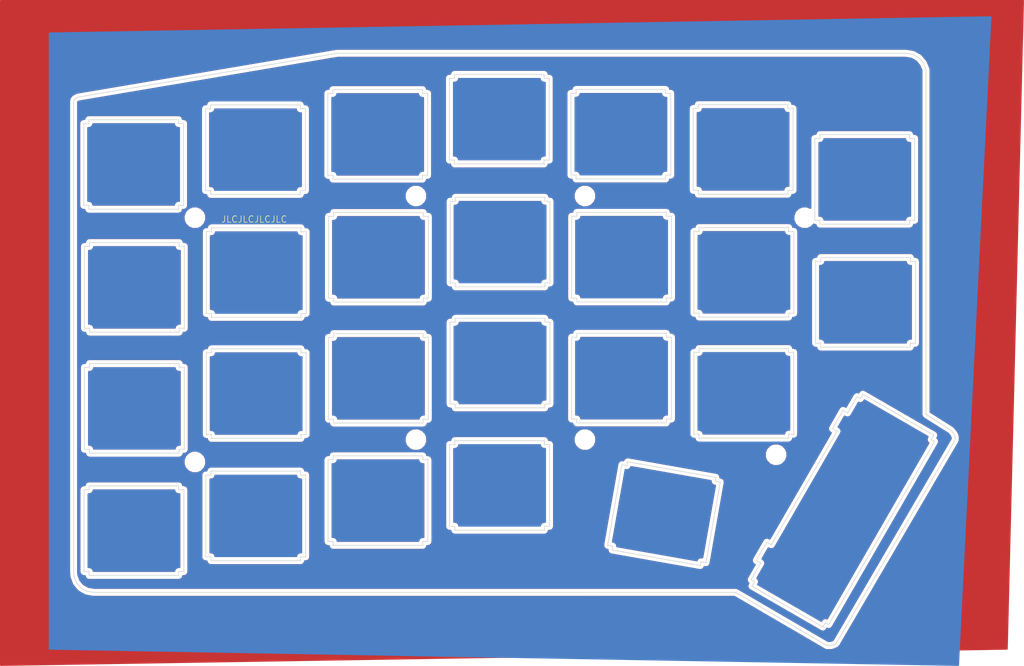
<source format=kicad_pcb>
(kicad_pcb (version 4) (host pcbnew 4.0.7)
  (layers (0 F.Cu signal) (31 B.Cu signal) (34 B.Paste user hide) (35 F.Paste user hide) (36 B.SilkS user hide) (37 F.SilkS user hide) (38 B.Mask user hide) (39 F.Mask user hide) (44 Edge.Cuts user))
  (net 0 "")
  (module Mounting_Holes:MountingHole_2.2mm_M2_DIN965 (layer F.Cu) (at 93.96 72.15)
    (fp_text reference SCREW1 hide)
    (fp_text value MountingHole_2.2mm_M2_DIN965 hide)
    (pad 1 np_thru_hole circle (at 0 0) (size 2.2 2.2) (drill 2.2) (layers *.Cu *.Mask))
  )
  (module Mounting_Holes:MountingHole_2.2mm_M2_DIN965 (layer F.Cu) (at 93.96 110.35)
    (fp_text reference SCREW2 hide)
    (fp_text value MountingHole_2.2mm_M2_DIN965 hide)
    (pad 1 np_thru_hole circle (at 0 0) (size 2.2 2.2) (drill 2.2) (layers *.Cu *.Mask))
  )
  (module Mounting_Holes:MountingHole_2.2mm_M2_DIN965 (layer F.Cu) (at 128.5 68.75)
    (fp_text reference SCREW3 hide)
    (fp_text value MountingHole_2.2mm_M2_DIN965 hide)
    (pad 1 np_thru_hole circle (at 0 0) (size 2.2 2.2) (drill 2.2) (layers *.Cu *.Mask))
  )
  (module Mounting_Holes:MountingHole_2.2mm_M2_DIN965 (layer F.Cu) (at 128.5 106.85)
    (fp_text reference SCREW4 hide)
    (fp_text value MountingHole_2.2mm_M2_DIN965 hide)
    (pad 1 np_thru_hole circle (at 0 0) (size 2.2 2.2) (drill 2.2) (layers *.Cu *.Mask))
  )
  (module Mounting_Holes:MountingHole_2.2mm_M2_DIN965 (layer F.Cu) (at 154.91 68.75)
    (fp_text reference SCREW5 hide)
    (fp_text value MountingHole_2.2mm_M2_DIN965 hide)
    (pad 1 np_thru_hole circle (at 0 0) (size 2.2 2.2) (drill 2.2) (layers *.Cu *.Mask))
  )
  (module Mounting_Holes:MountingHole_2.2mm_M2_DIN965 (layer F.Cu) (at 154.91 106.85)
    (fp_text reference SCREW6 hide)
    (fp_text value MountingHole_2.2mm_M2_DIN965 hide)
    (pad 1 np_thru_hole circle (at 0 0) (size 2.2 2.2) (drill 2.2) (layers *.Cu *.Mask))
  )
  (module Mounting_Holes:MountingHole_2.2mm_M2_DIN965 (layer F.Cu) (at 189.25 72.15)
    (fp_text reference SCREW7 hide)
    (fp_text value MountingHole_2.2mm_M2_DIN965 hide)
    (pad 1 np_thru_hole circle (at 0 0) (size 2.2 2.2) (drill 2.2) (layers *.Cu *.Mask))
  )
  (module Mounting_Holes:MountingHole_2.2mm_M2_DIN965 (layer F.Cu) (at 184.78 109.22)
    (fp_text reference SCREW8 hide)
    (fp_text value MountingHole_2.2mm_M2_DIN965 hide)
    (pad 1 np_thru_hole circle (at 0 0) (size 2.2 2.2) (drill 2.2) (layers *.Cu *.Mask))
  )
  (gr_line (start 184.04332 123.29414) (end 194.29984 105.537) (layer Edge.Cuts) (width 0.1))
  (gr_line (start 193.58734 105.134148) (end 194.29984 105.537) (layer Edge.Cuts) (width 0.1))
  (gr_line (start 195.94322 102.68712) (end 195.236341 102.276122) (layer Edge.Cuts) (width 0.1))
  (gr_line (start 184.04332 123.29414) (end 183.337339 122.887441) (layer Edge.Cuts) (width 0.1))
  (gr_line (start 195.236341 102.276122) (end 193.58734 105.134148) (layer Edge.Cuts) (width 0.1))
  (gr_line (start 183.337339 122.887441) (end 181.686341 125.744142) (layer Edge.Cuts) (width 0.1))
  (gr_line (start 181.686341 125.744142) (end 182.38978 126.16688) (layer Edge.Cuts) (width 0.1))
  (gr_line (start 182.38978 126.16434) (end 180.8878 128.76462) (layer Edge.Cuts) (width 0.1))
  (gr_line (start 198.3318 99.75002) (end 197.9328 100.44182) (layer Edge.Cuts) (width 0.1))
  (gr_line (start 209.4168 106.14962) (end 198.3318 99.75002) (layer Edge.Cuts) (width 0.1))
  (gr_line (start 209.5368 107.14182) (end 209.0178 106.84142) (layer Edge.Cuts) (width 0.1))
  (gr_line (start 209.0178 106.84142) (end 209.4168 106.14962) (layer Edge.Cuts) (width 0.1))
  (gr_line (start 181.0068 129.75682) (end 192.0918 136.15642) (layer Edge.Cuts) (width 0.1))
  (gr_line (start 180.8878 128.76462) (end 181.4068 129.06502) (layer Edge.Cuts) (width 0.1))
  (gr_line (start 197.4128 100.14262) (end 195.94322 102.68712) (layer Edge.Cuts) (width 0.1))
  (gr_line (start 197.9328 100.44182) (end 197.4128 100.14262) (layer Edge.Cuts) (width 0.1))
  (gr_line (start 193.0118 135.76505) (end 209.5373 107.14228) (layer Edge.Cuts) (width 0.1))
  (gr_line (start 192.4928 135.46603) (end 193.0118 135.76505) (layer Edge.Cuts) (width 0.1))
  (gr_line (start 192.0918 136.15642) (end 192.4928 135.46603) (layer Edge.Cuts) (width 0.1))
  (gr_line (start 181.4068 129.06502) (end 181.0068 129.75682) (layer Edge.Cuts) (width 0.1))
  (gr_line (start 161.57938 110.32478) (end 161.47458 110.91598) (layer Edge.Cuts) (width 0.1))
  (gr_line (start 160.68618 110.77678) (end 158.46368 123.38174) (layer Edge.Cuts) (width 0.1))
  (gr_line (start 173.03898 125.95176) (end 173.82718 126.09094) (layer Edge.Cuts) (width 0.1))
  (gr_line (start 159.25178 123.52091) (end 159.14838 124.11209) (layer Edge.Cuts) (width 0.1))
  (gr_line (start 161.47458 110.91598) (end 160.68618 110.77678) (layer Edge.Cuts) (width 0.1))
  (gr_line (start 175.26188 113.34688) (end 175.36668 112.75568) (layer Edge.Cuts) (width 0.1))
  (gr_line (start 173.82718 126.09094) (end 176.04998 113.48468) (layer Edge.Cuts) (width 0.1))
  (gr_line (start 176.04998 113.48468) (end 175.26188 113.34688) (layer Edge.Cuts) (width 0.1))
  (gr_line (start 158.46368 123.38174) (end 159.25178 123.52091) (layer Edge.Cuts) (width 0.1))
  (gr_line (start 172.93428 126.54294) (end 173.03898 125.95176) (layer Edge.Cuts) (width 0.1))
  (gr_line (start 159.14838 124.11209) (end 172.93428 126.54294) (layer Edge.Cuts) (width 0.1))
  (gr_line (start 175.36668 112.75568) (end 161.57938 110.32478) (layer Edge.Cuts) (width 0.1))
  (gr_line (start 167.51944 65.49273) (end 168.32024 65.49273) (layer Edge.Cuts) (width 0.1))
  (gr_line (start 167.51944 52.69216) (end 167.51944 52.09266) (layer Edge.Cuts) (width 0.1))
  (gr_line (start 168.32024 65.49273) (end 168.32024 52.69216) (layer Edge.Cuts) (width 0.1))
  (gr_line (start 168.32024 52.69216) (end 167.51944 52.69216) (layer Edge.Cuts) (width 0.1))
  (gr_line (start 152.72074 52.69216) (end 152.72074 65.49273) (layer Edge.Cuts) (width 0.1))
  (gr_line (start 153.52014 52.69216) (end 152.72074 52.69216) (layer Edge.Cuts) (width 0.1))
  (gr_line (start 167.51944 52.09266) (end 153.52014 52.09266) (layer Edge.Cuts) (width 0.1))
  (gr_line (start 153.52014 52.09266) (end 153.52014 52.69216) (layer Edge.Cuts) (width 0.1))
  (gr_line (start 167.51944 66.0908) (end 167.51944 65.49273) (layer Edge.Cuts) (width 0.1))
  (gr_line (start 167.63628 71.91488) (end 167.63628 71.31538) (layer Edge.Cuts) (width 0.1))
  (gr_line (start 153.63698 71.31538) (end 153.63698 71.91488) (layer Edge.Cuts) (width 0.1))
  (gr_line (start 153.63698 71.91488) (end 152.83758 71.91488) (layer Edge.Cuts) (width 0.1))
  (gr_line (start 167.63628 71.31538) (end 153.63698 71.31538) (layer Edge.Cuts) (width 0.1))
  (gr_line (start 153.52014 66.0908) (end 167.51944 66.0908) (layer Edge.Cuts) (width 0.1))
  (gr_line (start 152.72074 65.49273) (end 153.52014 65.49273) (layer Edge.Cuts) (width 0.1))
  (gr_line (start 153.52014 65.49273) (end 153.52014 66.0908) (layer Edge.Cuts) (width 0.1))
  (gr_line (start 152.83758 71.91488) (end 152.83758 84.71545) (layer Edge.Cuts) (width 0.1))
  (gr_line (start 168.43708 84.71545) (end 168.43708 71.91488) (layer Edge.Cuts) (width 0.1))
  (gr_line (start 167.63628 84.71545) (end 168.43708 84.71545) (layer Edge.Cuts) (width 0.1))
  (gr_line (start 168.43708 71.91488) (end 167.63628 71.91488) (layer Edge.Cuts) (width 0.1))
  (gr_line (start 153.63698 85.31352) (end 167.63628 85.31352) (layer Edge.Cuts) (width 0.1))
  (gr_line (start 167.63628 85.31352) (end 167.63628 84.71545) (layer Edge.Cuts) (width 0.1))
  (gr_line (start 152.83758 84.71545) (end 153.63698 84.71545) (layer Edge.Cuts) (width 0.1))
  (gr_line (start 153.63698 84.71545) (end 153.63698 85.31352) (layer Edge.Cuts) (width 0.1))
  (gr_line (start 153.62936 90.23838) (end 153.62936 90.83788) (layer Edge.Cuts) (width 0.1))
  (gr_line (start 153.62936 90.83788) (end 152.82996 90.83788) (layer Edge.Cuts) (width 0.1))
  (gr_line (start 153.62936 104.23652) (end 167.62866 104.23652) (layer Edge.Cuts) (width 0.1))
  (gr_line (start 167.62866 104.23652) (end 167.62866 103.63845) (layer Edge.Cuts) (width 0.1))
  (gr_line (start 168.42946 103.63845) (end 168.42946 90.83788) (layer Edge.Cuts) (width 0.1))
  (gr_line (start 167.62866 103.63845) (end 168.42946 103.63845) (layer Edge.Cuts) (width 0.1))
  (gr_line (start 167.62866 90.83788) (end 167.62866 90.23838) (layer Edge.Cuts) (width 0.1))
  (gr_line (start 167.62866 90.23838) (end 153.62936 90.23838) (layer Edge.Cuts) (width 0.1))
  (gr_line (start 168.42946 90.83788) (end 167.62866 90.83788) (layer Edge.Cuts) (width 0.1))
  (gr_line (start 152.82996 90.83788) (end 152.82996 103.63845) (layer Edge.Cuts) (width 0.1))
  (gr_line (start 153.62936 103.63845) (end 153.62936 104.23652) (layer Edge.Cuts) (width 0.1))
  (gr_line (start 152.82996 103.63845) (end 153.62936 103.63845) (layer Edge.Cuts) (width 0.1))
  (gr_line (start 205.63468 72.55393) (end 206.43548 72.55393) (layer Edge.Cuts) (width 0.1))
  (gr_line (start 206.43548 59.75336) (end 205.63468 59.75336) (layer Edge.Cuts) (width 0.1))
  (gr_line (start 205.63468 59.75336) (end 205.63468 59.15386) (layer Edge.Cuts) (width 0.1))
  (gr_line (start 206.43548 72.55393) (end 206.43548 59.75336) (layer Edge.Cuts) (width 0.1))
  (gr_line (start 191.75222 78.37658) (end 191.75222 78.97608) (layer Edge.Cuts) (width 0.1))
  (gr_line (start 205.63468 73.152) (end 205.63468 72.55393) (layer Edge.Cuts) (width 0.1))
  (gr_line (start 191.63538 72.55393) (end 191.63538 73.152) (layer Edge.Cuts) (width 0.1))
  (gr_line (start 205.75152 78.97608) (end 205.75152 78.37658) (layer Edge.Cuts) (width 0.1))
  (gr_line (start 191.63538 73.152) (end 205.63468 73.152) (layer Edge.Cuts) (width 0.1))
  (gr_line (start 205.75152 78.37658) (end 191.75222 78.37658) (layer Edge.Cuts) (width 0.1))
  (gr_line (start 205.63468 59.15386) (end 191.63538 59.15386) (layer Edge.Cuts) (width 0.1))
  (gr_line (start 191.63538 59.75336) (end 190.83598 59.75336) (layer Edge.Cuts) (width 0.1))
  (gr_line (start 191.63538 59.15386) (end 191.63538 59.75336) (layer Edge.Cuts) (width 0.1))
  (gr_line (start 190.83598 59.75336) (end 190.83598 72.55393) (layer Edge.Cuts) (width 0.1))
  (gr_line (start 190.83598 72.55393) (end 191.63538 72.55393) (layer Edge.Cuts) (width 0.1))
  (gr_line (start 205.75152 92.37472) (end 205.75152 91.77665) (layer Edge.Cuts) (width 0.1))
  (gr_line (start 206.55232 78.97608) (end 205.75152 78.97608) (layer Edge.Cuts) (width 0.1))
  (gr_line (start 191.75222 78.97608) (end 190.95282 78.97608) (layer Edge.Cuts) (width 0.1))
  (gr_line (start 205.75152 91.77665) (end 206.55232 91.77665) (layer Edge.Cuts) (width 0.1))
  (gr_line (start 191.75222 92.37472) (end 205.75152 92.37472) (layer Edge.Cuts) (width 0.1))
  (gr_line (start 190.95282 78.97608) (end 190.95282 91.77665) (layer Edge.Cuts) (width 0.1))
  (gr_line (start 206.55232 91.77665) (end 206.55232 78.97608) (layer Edge.Cuts) (width 0.1))
  (gr_line (start 191.75222 91.77665) (end 191.75222 92.37472) (layer Edge.Cuts) (width 0.1))
  (gr_line (start 190.95282 91.77665) (end 191.75222 91.77665) (layer Edge.Cuts) (width 0.1))
  (gr_line (start 186.73454 93.21024) (end 186.73454 92.61074) (layer Edge.Cuts) (width 0.1))
  (gr_line (start 172.73524 106.60888) (end 186.73454 106.60888) (layer Edge.Cuts) (width 0.1))
  (gr_line (start 172.73524 106.01081) (end 172.73524 106.60888) (layer Edge.Cuts) (width 0.1))
  (gr_line (start 172.73524 92.61074) (end 172.73524 93.21024) (layer Edge.Cuts) (width 0.1))
  (gr_line (start 186.73454 92.61074) (end 172.73524 92.61074) (layer Edge.Cuts) (width 0.1))
  (gr_line (start 187.53534 106.01081) (end 187.53534 93.21024) (layer Edge.Cuts) (width 0.1))
  (gr_line (start 186.73454 106.01081) (end 187.53534 106.01081) (layer Edge.Cuts) (width 0.1))
  (gr_line (start 187.53534 93.21024) (end 186.73454 93.21024) (layer Edge.Cuts) (width 0.1))
  (gr_line (start 186.73454 106.60888) (end 186.73454 106.01081) (layer Edge.Cuts) (width 0.1))
  (gr_line (start 172.74286 87.68588) (end 186.74216 87.68588) (layer Edge.Cuts) (width 0.1))
  (gr_line (start 186.74216 87.68588) (end 186.74216 87.08781) (layer Edge.Cuts) (width 0.1))
  (gr_line (start 171.94346 87.08781) (end 172.74286 87.08781) (layer Edge.Cuts) (width 0.1))
  (gr_line (start 172.74286 87.08781) (end 172.74286 87.68588) (layer Edge.Cuts) (width 0.1))
  (gr_line (start 172.73524 93.21024) (end 171.93584 93.21024) (layer Edge.Cuts) (width 0.1))
  (gr_line (start 186.74216 87.08781) (end 187.54296 87.08781) (layer Edge.Cuts) (width 0.1))
  (gr_line (start 187.54296 87.08781) (end 187.54296 74.28724) (layer Edge.Cuts) (width 0.1))
  (gr_line (start 171.94346 74.28724) (end 171.94346 87.08781) (layer Edge.Cuts) (width 0.1))
  (gr_line (start 187.54296 74.28724) (end 186.74216 74.28724) (layer Edge.Cuts) (width 0.1))
  (gr_line (start 186.62532 68.46316) (end 186.62532 67.86509) (layer Edge.Cuts) (width 0.1))
  (gr_line (start 172.74286 74.28724) (end 171.94346 74.28724) (layer Edge.Cuts) (width 0.1))
  (gr_line (start 172.74286 73.68774) (end 172.74286 74.28724) (layer Edge.Cuts) (width 0.1))
  (gr_line (start 186.74216 73.68774) (end 172.74286 73.68774) (layer Edge.Cuts) (width 0.1))
  (gr_line (start 186.74216 74.28724) (end 186.74216 73.68774) (layer Edge.Cuts) (width 0.1))
  (gr_line (start 171.82662 67.86509) (end 172.62602 67.86509) (layer Edge.Cuts) (width 0.1))
  (gr_line (start 172.62602 67.86509) (end 172.62602 68.46316) (layer Edge.Cuts) (width 0.1))
  (gr_line (start 172.62602 68.46316) (end 186.62532 68.46316) (layer Edge.Cuts) (width 0.1))
  (gr_line (start 171.93584 106.01081) (end 172.73524 106.01081) (layer Edge.Cuts) (width 0.1))
  (gr_line (start 171.93584 93.21024) (end 171.93584 106.01081) (layer Edge.Cuts) (width 0.1))
  (gr_line (start 186.62532 55.06452) (end 186.62532 54.46502) (layer Edge.Cuts) (width 0.1))
  (gr_line (start 186.62532 54.46502) (end 172.62602 54.46502) (layer Edge.Cuts) (width 0.1))
  (gr_line (start 172.62602 54.46502) (end 172.62602 55.06452) (layer Edge.Cuts) (width 0.1))
  (gr_line (start 172.62602 55.06452) (end 171.82662 55.06452) (layer Edge.Cuts) (width 0.1))
  (gr_line (start 186.62532 67.86509) (end 187.42612 67.86509) (layer Edge.Cuts) (width 0.1))
  (gr_line (start 171.82662 55.06452) (end 171.82662 67.86509) (layer Edge.Cuts) (width 0.1))
  (gr_line (start 187.42612 55.06452) (end 186.62532 55.06452) (layer Edge.Cuts) (width 0.1))
  (gr_line (start 187.42612 67.86509) (end 187.42612 55.06452) (layer Edge.Cuts) (width 0.1))
  (gr_line (start 129.64042 84.73831) (end 130.44122 84.73831) (layer Edge.Cuts) (width 0.1))
  (gr_line (start 129.64042 85.33638) (end 129.64042 84.73831) (layer Edge.Cuts) (width 0.1))
  (gr_line (start 130.44122 84.73831) (end 130.44122 71.93774) (layer Edge.Cuts) (width 0.1))
  (gr_line (start 115.64112 85.33638) (end 129.64042 85.33638) (layer Edge.Cuts) (width 0.1))
  (gr_line (start 129.64042 71.33824) (end 115.64112 71.33824) (layer Edge.Cuts) (width 0.1))
  (gr_line (start 115.64112 84.73831) (end 115.64112 85.33638) (layer Edge.Cuts) (width 0.1))
  (gr_line (start 115.64112 71.33824) (end 115.64112 71.93774) (layer Edge.Cuts) (width 0.1))
  (gr_line (start 114.84172 71.93774) (end 114.84172 84.73831) (layer Edge.Cuts) (width 0.1))
  (gr_line (start 114.84172 84.73831) (end 115.64112 84.73831) (layer Edge.Cuts) (width 0.1))
  (gr_line (start 115.64112 71.93774) (end 114.84172 71.93774) (layer Edge.Cuts) (width 0.1))
  (gr_line (start 96.54286 87.72906) (end 110.54216 87.72906) (layer Edge.Cuts) (width 0.1))
  (gr_line (start 110.54216 73.73092) (end 96.54286 73.73092) (layer Edge.Cuts) (width 0.1))
  (gr_line (start 110.54216 87.72906) (end 110.54216 87.13099) (layer Edge.Cuts) (width 0.1))
  (gr_line (start 96.54286 73.73092) (end 96.54286 74.33042) (layer Edge.Cuts) (width 0.1))
  (gr_line (start 95.74346 74.33042) (end 95.74346 87.13099) (layer Edge.Cuts) (width 0.1))
  (gr_line (start 96.54286 74.33042) (end 95.74346 74.33042) (layer Edge.Cuts) (width 0.1))
  (gr_line (start 96.54286 87.13099) (end 96.54286 87.72906) (layer Edge.Cuts) (width 0.1))
  (gr_line (start 95.74346 87.13099) (end 96.54286 87.13099) (layer Edge.Cuts) (width 0.1))
  (gr_line (start 111.34296 74.33042) (end 110.54216 74.33042) (layer Edge.Cuts) (width 0.1))
  (gr_line (start 111.34296 87.13099) (end 111.34296 74.33042) (layer Edge.Cuts) (width 0.1))
  (gr_line (start 110.54216 74.33042) (end 110.54216 73.73092) (layer Edge.Cuts) (width 0.1))
  (gr_line (start 110.54216 87.13099) (end 111.34296 87.13099) (layer Edge.Cuts) (width 0.1))
  (gr_line (start 91.50252 89.43985) (end 92.30312 89.43985) (layer Edge.Cuts) (width 0.1))
  (gr_line (start 91.50252 90.03792) (end 91.50252 89.43985) (layer Edge.Cuts) (width 0.1))
  (gr_line (start 92.30312 76.63928) (end 91.50252 76.63928) (layer Edge.Cuts) (width 0.1))
  (gr_line (start 92.30312 89.43985) (end 92.30312 76.63928) (layer Edge.Cuts) (width 0.1))
  (gr_line (start 91.50252 76.63928) (end 91.50252 76.03978) (layer Edge.Cuts) (width 0.1))
  (gr_line (start 91.50252 76.03978) (end 77.50297 76.03978) (layer Edge.Cuts) (width 0.1))
  (gr_line (start 77.50297 90.03792) (end 91.50252 90.03792) (layer Edge.Cuts) (width 0.1))
  (gr_line (start 77.50297 76.63928) (end 76.70371 76.63928) (layer Edge.Cuts) (width 0.1))
  (gr_line (start 77.50297 76.03978) (end 77.50297 76.63928) (layer Edge.Cuts) (width 0.1))
  (gr_line (start 76.70371 89.43985) (end 77.50297 89.43985) (layer Edge.Cuts) (width 0.1))
  (gr_line (start 77.50297 89.43985) (end 77.50297 90.03792) (layer Edge.Cuts) (width 0.1))
  (gr_line (start 76.70371 76.63928) (end 76.70371 89.43985) (layer Edge.Cuts) (width 0.1))
  (gr_line (start 129.64042 71.93774) (end 129.64042 71.33824) (layer Edge.Cuts) (width 0.1))
  (gr_line (start 134.6454 69.5603) (end 133.846 69.5603) (layer Edge.Cuts) (width 0.1))
  (gr_line (start 130.44122 71.93774) (end 129.64042 71.93774) (layer Edge.Cuts) (width 0.1))
  (gr_line (start 133.846 69.5603) (end 133.846 82.36087) (layer Edge.Cuts) (width 0.1))
  (gr_line (start 134.6454 82.36087) (end 134.6454 82.95894) (layer Edge.Cuts) (width 0.1))
  (gr_line (start 133.846 82.36087) (end 134.6454 82.36087) (layer Edge.Cuts) (width 0.1))
  (gr_line (start 149.4455 82.36087) (end 149.4455 69.5603) (layer Edge.Cuts) (width 0.1))
  (gr_line (start 149.4455 69.5603) (end 148.6447 69.5603) (layer Edge.Cuts) (width 0.1))
  (gr_line (start 148.6447 82.95894) (end 148.6447 82.36087) (layer Edge.Cuts) (width 0.1))
  (gr_line (start 148.6447 82.36087) (end 149.4455 82.36087) (layer Edge.Cuts) (width 0.1))
  (gr_line (start 134.6454 68.9608) (end 134.6454 69.5603) (layer Edge.Cuts) (width 0.1))
  (gr_line (start 148.6447 68.9608) (end 134.6454 68.9608) (layer Edge.Cuts) (width 0.1))
  (gr_line (start 134.6454 82.95894) (end 148.6447 82.95894) (layer Edge.Cuts) (width 0.1))
  (gr_line (start 148.6447 69.5603) (end 148.6447 68.9608) (layer Edge.Cuts) (width 0.1))
  (gr_line (start 95.73584 106.05399) (end 96.53524 106.05399) (layer Edge.Cuts) (width 0.1))
  (gr_line (start 96.53524 106.65206) (end 110.53454 106.65206) (layer Edge.Cuts) (width 0.1))
  (gr_line (start 96.53524 106.05399) (end 96.53524 106.65206) (layer Edge.Cuts) (width 0.1))
  (gr_line (start 110.53454 92.65392) (end 96.53524 92.65392) (layer Edge.Cuts) (width 0.1))
  (gr_line (start 96.53524 92.65392) (end 96.53524 93.25342) (layer Edge.Cuts) (width 0.1))
  (gr_line (start 96.53524 93.25342) (end 95.73584 93.25342) (layer Edge.Cuts) (width 0.1))
  (gr_line (start 95.73584 93.25342) (end 95.73584 106.05399) (layer Edge.Cuts) (width 0.1))
  (gr_line (start 115.6335 103.66131) (end 115.6335 104.25938) (layer Edge.Cuts) (width 0.1))
  (gr_line (start 114.8341 90.86074) (end 114.8341 103.66131) (layer Edge.Cuts) (width 0.1))
  (gr_line (start 115.6335 90.86074) (end 114.8341 90.86074) (layer Edge.Cuts) (width 0.1))
  (gr_line (start 114.8341 103.66131) (end 115.6335 103.66131) (layer Edge.Cuts) (width 0.1))
  (gr_line (start 130.4336 103.66131) (end 130.4336 90.86074) (layer Edge.Cuts) (width 0.1))
  (gr_line (start 129.6328 104.25938) (end 129.6328 103.66131) (layer Edge.Cuts) (width 0.1))
  (gr_line (start 129.6328 103.66131) (end 130.4336 103.66131) (layer Edge.Cuts) (width 0.1))
  (gr_line (start 130.4336 90.86074) (end 129.6328 90.86074) (layer Edge.Cuts) (width 0.1))
  (gr_line (start 129.6328 90.86074) (end 129.6328 90.26124) (layer Edge.Cuts) (width 0.1))
  (gr_line (start 115.6335 90.26124) (end 115.6335 90.86074) (layer Edge.Cuts) (width 0.1))
  (gr_line (start 129.6328 90.26124) (end 115.6335 90.26124) (layer Edge.Cuts) (width 0.1))
  (gr_line (start 115.6335 104.25938) (end 129.6328 104.25938) (layer Edge.Cuts) (width 0.1))
  (gr_line (start 110.53454 93.25342) (end 110.53454 92.65392) (layer Edge.Cuts) (width 0.1))
  (gr_line (start 110.53454 106.65206) (end 110.53454 106.05399) (layer Edge.Cuts) (width 0.1))
  (gr_line (start 111.33534 93.25342) (end 110.53454 93.25342) (layer Edge.Cuts) (width 0.1))
  (gr_line (start 110.53454 106.05399) (end 111.33534 106.05399) (layer Edge.Cuts) (width 0.1))
  (gr_line (start 111.33534 106.05399) (end 111.33534 93.25342) (layer Edge.Cuts) (width 0.1))
  (gr_line (start 91.4949 108.96092) (end 91.4949 108.36285) (layer Edge.Cuts) (width 0.1))
  (gr_line (start 91.4949 108.36285) (end 92.2955 108.36285) (layer Edge.Cuts) (width 0.1))
  (gr_line (start 77.49535 108.96092) (end 91.4949 108.96092) (layer Edge.Cuts) (width 0.1))
  (gr_line (start 91.4949 94.96278) (end 77.49535 94.96278) (layer Edge.Cuts) (width 0.1))
  (gr_line (start 92.2955 95.56228) (end 91.4949 95.56228) (layer Edge.Cuts) (width 0.1))
  (gr_line (start 91.4949 95.56228) (end 91.4949 94.96278) (layer Edge.Cuts) (width 0.1))
  (gr_line (start 92.2955 108.36285) (end 92.2955 95.56228) (layer Edge.Cuts) (width 0.1))
  (gr_line (start 77.49535 94.96278) (end 77.49535 95.56228) (layer Edge.Cuts) (width 0.1))
  (gr_line (start 77.49535 95.56228) (end 76.69609 95.56228) (layer Edge.Cuts) (width 0.1))
  (gr_line (start 76.69609 95.56228) (end 76.69609 108.36285) (layer Edge.Cuts) (width 0.1))
  (gr_line (start 77.49535 108.36285) (end 77.49535 108.96092) (layer Edge.Cuts) (width 0.1))
  (gr_line (start 76.69609 108.36285) (end 77.49535 108.36285) (layer Edge.Cuts) (width 0.1))
  (gr_line (start 148.63708 101.28387) (end 149.43788 101.28387) (layer Edge.Cuts) (width 0.1))
  (gr_line (start 148.63708 101.88194) (end 148.63708 101.28387) (layer Edge.Cuts) (width 0.1))
  (gr_line (start 149.43788 101.28387) (end 149.43788 88.4833) (layer Edge.Cuts) (width 0.1))
  (gr_line (start 149.43788 88.4833) (end 148.63708 88.4833) (layer Edge.Cuts) (width 0.1))
  (gr_line (start 134.63778 87.8838) (end 134.63778 88.4833) (layer Edge.Cuts) (width 0.1))
  (gr_line (start 148.63708 88.4833) (end 148.63708 87.8838) (layer Edge.Cuts) (width 0.1))
  (gr_line (start 148.63708 87.8838) (end 134.63778 87.8838) (layer Edge.Cuts) (width 0.1))
  (gr_line (start 133.83838 101.28387) (end 134.63778 101.28387) (layer Edge.Cuts) (width 0.1))
  (gr_line (start 133.83838 88.4833) (end 133.83838 101.28387) (layer Edge.Cuts) (width 0.1))
  (gr_line (start 134.63778 101.88194) (end 148.63708 101.88194) (layer Edge.Cuts) (width 0.1))
  (gr_line (start 134.63778 88.4833) (end 133.83838 88.4833) (layer Edge.Cuts) (width 0.1))
  (gr_line (start 134.63778 101.28387) (end 134.63778 101.88194) (layer Edge.Cuts) (width 0.1))
  (gr_line (start 115.52428 52.71502) (end 114.72488 52.71502) (layer Edge.Cuts) (width 0.1))
  (gr_line (start 115.52428 52.11552) (end 115.52428 52.71502) (layer Edge.Cuts) (width 0.1))
  (gr_line (start 114.72488 65.51559) (end 115.52428 65.51559) (layer Edge.Cuts) (width 0.1))
  (gr_line (start 114.72488 52.71502) (end 114.72488 65.51559) (layer Edge.Cuts) (width 0.1))
  (gr_line (start 129.52358 52.11552) (end 115.52428 52.11552) (layer Edge.Cuts) (width 0.1))
  (gr_line (start 115.52428 65.51559) (end 115.52428 66.11366) (layer Edge.Cuts) (width 0.1))
  (gr_line (start 134.52856 49.73808) (end 134.52856 50.33758) (layer Edge.Cuts) (width 0.1))
  (gr_line (start 134.52856 63.73622) (end 148.52786 63.73622) (layer Edge.Cuts) (width 0.1))
  (gr_line (start 134.52856 63.13815) (end 134.52856 63.73622) (layer Edge.Cuts) (width 0.1))
  (gr_line (start 148.52786 49.73808) (end 134.52856 49.73808) (layer Edge.Cuts) (width 0.1))
  (gr_line (start 129.52358 66.11366) (end 129.52358 65.51559) (layer Edge.Cuts) (width 0.1))
  (gr_line (start 115.52428 66.11366) (end 129.52358 66.11366) (layer Edge.Cuts) (width 0.1))
  (gr_line (start 130.32438 65.51559) (end 130.32438 52.71502) (layer Edge.Cuts) (width 0.1))
  (gr_line (start 129.52358 65.51559) (end 130.32438 65.51559) (layer Edge.Cuts) (width 0.1))
  (gr_line (start 130.32438 52.71502) (end 129.52358 52.71502) (layer Edge.Cuts) (width 0.1))
  (gr_line (start 133.72916 63.13815) (end 134.52856 63.13815) (layer Edge.Cuts) (width 0.1))
  (gr_line (start 133.72916 50.33758) (end 133.72916 63.13815) (layer Edge.Cuts) (width 0.1))
  (gr_line (start 134.52856 50.33758) (end 133.72916 50.33758) (layer Edge.Cuts) (width 0.1))
  (gr_line (start 129.52358 52.71502) (end 129.52358 52.11552) (layer Edge.Cuts) (width 0.1))
  (gr_line (start 149.32866 50.33758) (end 148.52786 50.33758) (layer Edge.Cuts) (width 0.1))
  (gr_line (start 149.32866 63.13815) (end 149.32866 50.33758) (layer Edge.Cuts) (width 0.1))
  (gr_line (start 148.52786 63.73622) (end 148.52786 63.13815) (layer Edge.Cuts) (width 0.1))
  (gr_line (start 148.52786 50.33758) (end 148.52786 49.73808) (layer Edge.Cuts) (width 0.1))
  (gr_line (start 148.52786 63.13815) (end 149.32866 63.13815) (layer Edge.Cuts) (width 0.1))
  (gr_line (start 95.62662 55.1077) (end 95.62662 67.90827) (layer Edge.Cuts) (width 0.1))
  (gr_line (start 95.62662 67.90827) (end 96.42602 67.90827) (layer Edge.Cuts) (width 0.1))
  (gr_line (start 96.42602 54.5082) (end 96.42602 55.1077) (layer Edge.Cuts) (width 0.1))
  (gr_line (start 96.42602 67.90827) (end 96.42602 68.50634) (layer Edge.Cuts) (width 0.1))
  (gr_line (start 96.42602 55.1077) (end 95.62662 55.1077) (layer Edge.Cuts) (width 0.1))
  (gr_line (start 77.38613 57.41656) (end 76.58687 57.41656) (layer Edge.Cuts) (width 0.1))
  (gr_line (start 77.38613 70.21713) (end 77.38613 70.8152) (layer Edge.Cuts) (width 0.1))
  (gr_line (start 76.58687 57.41656) (end 76.58687 70.21713) (layer Edge.Cuts) (width 0.1))
  (gr_line (start 76.58687 70.21713) (end 77.38613 70.21713) (layer Edge.Cuts) (width 0.1))
  (gr_line (start 77.38613 56.81706) (end 77.38613 57.41656) (layer Edge.Cuts) (width 0.1))
  (gr_line (start 91.38568 70.21713) (end 92.18628 70.21713) (layer Edge.Cuts) (width 0.1))
  (gr_line (start 91.38568 56.81706) (end 77.38613 56.81706) (layer Edge.Cuts) (width 0.1))
  (gr_line (start 91.38568 57.41656) (end 91.38568 56.81706) (layer Edge.Cuts) (width 0.1))
  (gr_line (start 77.38613 70.8152) (end 91.38568 70.8152) (layer Edge.Cuts) (width 0.1))
  (gr_line (start 92.18628 70.21713) (end 92.18628 57.41656) (layer Edge.Cuts) (width 0.1))
  (gr_line (start 92.18628 57.41656) (end 91.38568 57.41656) (layer Edge.Cuts) (width 0.1))
  (gr_line (start 91.38568 70.8152) (end 91.38568 70.21713) (layer Edge.Cuts) (width 0.1))
  (gr_line (start 111.22612 55.1077) (end 110.42532 55.1077) (layer Edge.Cuts) (width 0.1))
  (gr_line (start 110.42532 55.1077) (end 110.42532 54.5082) (layer Edge.Cuts) (width 0.1))
  (gr_line (start 110.42532 67.90827) (end 111.22612 67.90827) (layer Edge.Cuts) (width 0.1))
  (gr_line (start 110.42532 54.5082) (end 96.42602 54.5082) (layer Edge.Cuts) (width 0.1))
  (gr_line (start 110.42532 68.50634) (end 110.42532 67.90827) (layer Edge.Cuts) (width 0.1))
  (gr_line (start 111.22612 67.90827) (end 111.22612 55.1077) (layer Edge.Cuts) (width 0.1))
  (gr_line (start 96.42602 68.50634) (end 110.42532 68.50634) (layer Edge.Cuts) (width 0.1))
  (gr_line (start 149.37184 107.6095) (end 148.57104 107.6095) (layer Edge.Cuts) (width 0.1))
  (gr_line (start 149.37184 120.41007) (end 149.37184 107.6095) (layer Edge.Cuts) (width 0.1))
  (gr_line (start 148.57104 107.6095) (end 148.57104 107.01) (layer Edge.Cuts) (width 0.1))
  (gr_line (start 148.57104 120.41007) (end 149.37184 120.41007) (layer Edge.Cuts) (width 0.1))
  (gr_line (start 148.57104 107.01) (end 134.57174 107.01) (layer Edge.Cuts) (width 0.1))
  (gr_line (start 134.57174 121.00814) (end 148.57104 121.00814) (layer Edge.Cuts) (width 0.1))
  (gr_line (start 148.57104 121.00814) (end 148.57104 120.41007) (layer Edge.Cuts) (width 0.1))
  (gr_line (start 134.57174 120.41007) (end 134.57174 121.00814) (layer Edge.Cuts) (width 0.1))
  (gr_line (start 133.77234 120.41007) (end 134.57174 120.41007) (layer Edge.Cuts) (width 0.1))
  (gr_line (start 134.57174 107.6095) (end 133.77234 107.6095) (layer Edge.Cuts) (width 0.1))
  (gr_line (start 133.77234 107.6095) (end 133.77234 120.41007) (layer Edge.Cuts) (width 0.1))
  (gr_line (start 134.57174 107.01) (end 134.57174 107.6095) (layer Edge.Cuts) (width 0.1))
  (gr_line (start 96.4692 125.77826) (end 110.4685 125.77826) (layer Edge.Cuts) (width 0.1))
  (gr_line (start 110.4685 112.37962) (end 110.4685 111.78012) (layer Edge.Cuts) (width 0.1))
  (gr_line (start 110.4685 125.77826) (end 110.4685 125.18019) (layer Edge.Cuts) (width 0.1))
  (gr_line (start 110.4685 111.78012) (end 96.4692 111.78012) (layer Edge.Cuts) (width 0.1))
  (gr_line (start 96.4692 125.18019) (end 96.4692 125.77826) (layer Edge.Cuts) (width 0.1))
  (gr_line (start 111.2693 112.37962) (end 110.4685 112.37962) (layer Edge.Cuts) (width 0.1))
  (gr_line (start 110.4685 125.18019) (end 111.2693 125.18019) (layer Edge.Cuts) (width 0.1))
  (gr_line (start 111.2693 125.18019) (end 111.2693 112.37962) (layer Edge.Cuts) (width 0.1))
  (gr_line (start 96.4692 111.78012) (end 96.4692 112.37962) (layer Edge.Cuts) (width 0.1))
  (gr_line (start 96.4692 112.37962) (end 95.6698 112.37962) (layer Edge.Cuts) (width 0.1))
  (gr_line (start 95.6698 125.18019) (end 96.4692 125.18019) (layer Edge.Cuts) (width 0.1))
  (gr_line (start 95.6698 112.37962) (end 95.6698 125.18019) (layer Edge.Cuts) (width 0.1))
  (gr_line (start 130.36756 109.98694) (end 129.56676 109.98694) (layer Edge.Cuts) (width 0.1))
  (gr_line (start 114.76806 122.78751) (end 115.56746 122.78751) (layer Edge.Cuts) (width 0.1))
  (gr_line (start 114.76806 109.98694) (end 114.76806 122.78751) (layer Edge.Cuts) (width 0.1))
  (gr_line (start 77.42931 114.68848) (end 76.63005 114.68848) (layer Edge.Cuts) (width 0.1))
  (gr_line (start 115.56746 122.78751) (end 115.56746 123.38558) (layer Edge.Cuts) (width 0.1))
  (gr_line (start 77.42931 114.08898) (end 77.42931 114.68848) (layer Edge.Cuts) (width 0.1))
  (gr_line (start 130.36756 122.78751) (end 130.36756 109.98694) (layer Edge.Cuts) (width 0.1))
  (gr_line (start 91.42886 114.68848) (end 91.42886 114.08898) (layer Edge.Cuts) (width 0.1))
  (gr_line (start 76.63005 127.48905) (end 77.42931 127.48905) (layer Edge.Cuts) (width 0.1))
  (gr_line (start 77.42931 128.08712) (end 91.42886 128.08712) (layer Edge.Cuts) (width 0.1))
  (gr_line (start 91.42886 127.48905) (end 92.22946 127.48905) (layer Edge.Cuts) (width 0.1))
  (gr_line (start 76.63005 114.68848) (end 76.63005 127.48905) (layer Edge.Cuts) (width 0.1))
  (gr_line (start 129.56676 122.78751) (end 130.36756 122.78751) (layer Edge.Cuts) (width 0.1))
  (gr_line (start 92.22946 114.68848) (end 91.42886 114.68848) (layer Edge.Cuts) (width 0.1))
  (gr_line (start 77.42931 127.48905) (end 77.42931 128.08712) (layer Edge.Cuts) (width 0.1))
  (gr_line (start 92.22946 127.48905) (end 92.22946 114.68848) (layer Edge.Cuts) (width 0.1))
  (gr_line (start 91.42886 114.08898) (end 77.42931 114.08898) (layer Edge.Cuts) (width 0.1))
  (gr_line (start 129.56676 123.38558) (end 129.56676 122.78751) (layer Edge.Cuts) (width 0.1))
  (gr_line (start 129.56676 109.98694) (end 129.56676 109.38744) (layer Edge.Cuts) (width 0.1))
  (gr_line (start 129.56676 109.38744) (end 115.56746 109.38744) (layer Edge.Cuts) (width 0.1))
  (gr_line (start 91.42886 128.08712) (end 91.42886 127.48905) (layer Edge.Cuts) (width 0.1))
  (gr_line (start 115.56746 109.98694) (end 114.76806 109.98694) (layer Edge.Cuts) (width 0.1))
  (gr_line (start 115.56746 109.38744) (end 115.56746 109.98694) (layer Edge.Cuts) (width 0.1))
  (gr_line (start 115.56746 123.38558) (end 129.56676 123.38558) (layer Edge.Cuts) (width 0.1))
  (gr_text JLCJLCJLCJLC (at 103.23 72.39) (layer F.SilkS) (effects (font (size 1 1) (thickness 0.1))))
  (gr_line (start 212.8 106.59) (end 212.76 106.92) (layer Edge.Cuts) (width 0.1))
  (gr_line (start 212.69 106.15) (end 212.8 106.59) (layer Edge.Cuts) (width 0.1))
  (gr_line (start 212.43 105.75) (end 212.69 106.15) (layer Edge.Cuts) (width 0.1))
  (gr_line (start 212.09 105.3592) (end 212.43 105.75) (layer Edge.Cuts) (width 0.1))
  (gr_line (start 208.21 48.98) (end 207.79 47.98) (layer Edge.Cuts) (width 0.1))
  (gr_line (start 75.29 53.49) (end 75.63 53.3) (layer Edge.Cuts) (width 0.1))
  (gr_line (start 208.221 102.916) (end 208.215 102.906) (layer Edge.Cuts) (width 0.1))
  (gr_line (start 205.098 46.43) (end 132.08 46.43) (layer Edge.Cuts) (width 0.1))
  (gr_line (start 208.222 102.917) (end 208.221 102.916) (layer Edge.Cuts) (width 0.1))
  (gr_line (start 208.205 102.87) (end 208.205 95.25) (layer Edge.Cuts) (width 0.1))
  (gr_line (start 193.427 139.053) (end 194.051 138.806) (layer Edge.Cuts) (width 0.1))
  (gr_line (start 178.448 130.736) (end 178.454 130.738) (layer Edge.Cuts) (width 0.1))
  (gr_line (start 132.08 46.43) (end 116.211 46.43) (layer Edge.Cuts) (width 0.1))
  (gr_line (start 134.62 130.735) (end 156.21 130.735) (layer Edge.Cuts) (width 0.1))
  (gr_line (start 208.21 102.896) (end 208.209 102.894) (layer Edge.Cuts) (width 0.1))
  (gr_line (start 178.461 130.74) (end 178.466 130.743) (layer Edge.Cuts) (width 0.1))
  (gr_line (start 194.051 138.806) (end 194.175 138.696) (layer Edge.Cuts) (width 0.1))
  (gr_line (start 178.435 130.735) (end 178.442 130.736) (layer Edge.Cuts) (width 0.1))
  (gr_line (start 76.1131 130.009) (end 77.0451 130.547) (layer Edge.Cuts) (width 0.1))
  (gr_line (start 194.175 138.696) (end 212.759 106.924) (layer Edge.Cuts) (width 0.1))
  (gr_line (start 208.205 95.25) (end 208.205 48.9809) (layer Edge.Cuts) (width 0.1))
  (gr_line (start 208.209 102.893) (end 208.207 102.882) (layer Edge.Cuts) (width 0.1))
  (gr_line (start 192.757 139.071) (end 193.427 139.053) (layer Edge.Cuts) (width 0.1))
  (gr_line (start 178.442 130.736) (end 178.448 130.736) (layer Edge.Cuts) (width 0.1))
  (gr_line (start 178.454 130.738) (end 178.461 130.74) (layer Edge.Cuts) (width 0.1))
  (gr_line (start 208.215 102.906) (end 208.21 102.896) (layer Edge.Cuts) (width 0.1))
  (gr_line (start 99.06 130.735) (end 134.62 130.735) (layer Edge.Cuts) (width 0.1))
  (gr_line (start 178.466 130.743) (end 178.473 130.745) (layer Edge.Cuts) (width 0.1))
  (gr_line (start 116.211 46.43) (end 75.627 53.2981) (layer Edge.Cuts) (width 0.1))
  (gr_line (start 208.24 102.934) (end 208.232 102.926) (layer Edge.Cuts) (width 0.1))
  (gr_line (start 212.09 105.3592) (end 208.24 102.934) (layer Edge.Cuts) (width 0.1))
  (gr_line (start 206.165 46.618) (end 205.098 46.43) (layer Edge.Cuts) (width 0.1))
  (gr_line (start 208.207 102.882) (end 208.205 102.87) (layer Edge.Cuts) (width 0.1))
  (gr_line (start 78.1116 130.735) (end 99.06 130.735) (layer Edge.Cuts) (width 0.1))
  (gr_line (start 207.097 47.1561) (end 206.165 46.618) (layer Edge.Cuts) (width 0.1))
  (gr_line (start 192.731 139.062) (end 192.757 139.071) (layer Edge.Cuts) (width 0.1))
  (gr_line (start 156.21 130.735) (end 178.435 130.735) (layer Edge.Cuts) (width 0.1))
  (gr_line (start 207.789 47.9809) (end 207.097 47.1561) (layer Edge.Cuts) (width 0.1))
  (gr_line (start 208.223 102.918) (end 208.222 102.917) (layer Edge.Cuts) (width 0.1))
  (gr_line (start 77.0451 130.547) (end 78.1116 130.735) (layer Edge.Cuts) (width 0.1))
  (gr_line (start 208.209 102.894) (end 208.209 102.893) (layer Edge.Cuts) (width 0.1))
  (gr_line (start 208.232 102.926) (end 208.223 102.918) (layer Edge.Cuts) (width 0.1))
  (gr_line (start 178.473 130.745) (end 192.731 139.062) (layer Edge.Cuts) (width 0.1))
  (gr_line (start 75.4213 129.184) (end 76.1131 130.009) (layer Edge.Cuts) (width 0.1))
  (gr_line (start 75.005 127.632) (end 75.0521 128.17) (layer Edge.Cuts) (width 0.1))
  (gr_line (start 75.2856 53.491) (end 75.1369 53.6158) (layer Edge.Cuts) (width 0.1))
  (gr_line (start 75.0399 53.7839) (end 75.005 53.9816) (layer Edge.Cuts) (width 0.1))
  (gr_line (start 75.0521 128.17) (end 75.4213 129.184) (layer Edge.Cuts) (width 0.1))
  (gr_line (start 75.005 53.9816) (end 75.005 127.632) (layer Edge.Cuts) (width 0.1))
  (gr_line (start 75.1369 53.6158) (end 75.0399 53.7839) (layer Edge.Cuts) (width 0.1))
  (zone (net 0) (net_name "") (layer F.Cu) (connect_pads (clearance 0.508)) (min_thickness 0.254) (fill yes (arc_segments 16) (thermal_gap 0.508) (thermal_bridge_width 0.508))
    (polygon (pts (xy 223.52 38.1) (xy 63.5 38.1) (xy 63.5 142.24) (xy 220.98 139.7)))
  )
  (zone (net 0) (net_name "") (layer B.Cu) (connect_pads (clearance 0.508)) (min_thickness 0.254) (fill yes (arc_segments 16) (thermal_gap 0.508) (thermal_bridge_width 0.508))
    (polygon (pts (xy 71.12 43.18) (xy 71.12 139.7) (xy 213.36 142.24) (xy 218.44 40.64)))
  )
)
</source>
